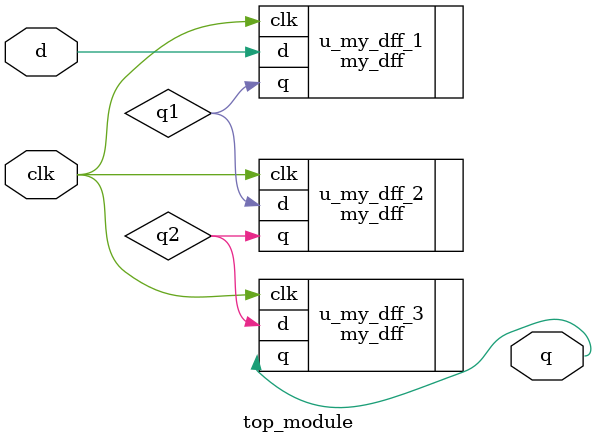
<source format=v>
module top_module ( input clk, input d, output q );

wire q1;
wire q2;

my_dff u_my_dff_1(
    .clk(clk),
    .d(d),
    .q(q1)
);

my_dff u_my_dff_2(
    .clk(clk),
    .d(q1),
    .q(q2)
);

my_dff u_my_dff_3(
    .clk(clk),
    .d(q2),
    .q(q)
);

endmodule

</source>
